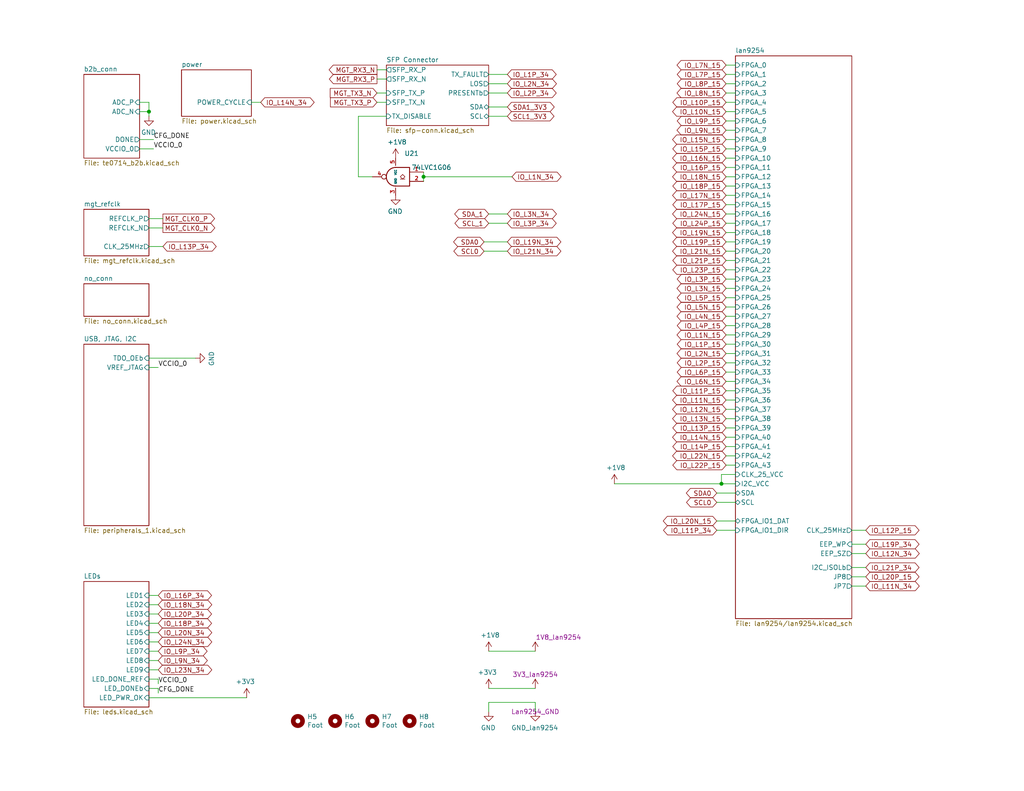
<source format=kicad_sch>
(kicad_sch (version 20230121) (generator eeschema)
  (paper "USLetter")
  (lib_symbols
    (symbol "Mechanical:MountingHole" (pin_names (offset 1.016))
      (property "Reference" "H" (at 0 5.08 0))
      (property "Value" "MountingHole" (at 0 3.175 0))
      (symbol "MountingHole_0_1"
        (circle (center 0 0) (radius 1.27) (stroke (width 1.27)))
      )
    )
    (symbol "fmc:74LVC1G38" (pin_names (offset 1.016))
      (property "Reference" "U" (at -2.54 3.81 0))
      (property "Value" "fmc_74LVC1G38" (at 0 -3.81 0))
      (symbol "74LVC1G38_0_1"
        (arc (start 0 -2.54) (mid 2.529 0) (end 0 2.54) (stroke (width 0.254)))
        (polyline (pts (xy -2.54 -0.635) (xy -1.27 -0.635)))
        (polyline (pts (xy 0 -2.54) (xy -3.81 -2.54) (xy -3.81 2.54) (xy 0 2.54)) (stroke (width 0.254)))
        (polyline (pts (xy -1.905 0.635) (xy -2.54 0) (xy -1.905 -0.635) (xy -1.27 0) (xy -1.905 0.635)))
      )
      (symbol "74LVC1G38_1_1"
        (pin input line (at -7.62 1.27 0) (length 3.81) (name "~") (number "1"))
        (pin input line (at -7.62 -1.27 0) (length 3.81) (name "~") (number "2"))
        (pin power_in line (at 0 -5.08 90) (length 2.032) (name "GND") (number "3"))
        (pin open_collector inverted (at 6.35 0 180) (length 3.81) (name "~") (number "4"))
        (pin power_in line (at 0 5.08 270) (length 2.032) (name "VCC") (number "5"))
      )
    )
    (symbol "lan9254_project:+1V8" (power) (pin_names (offset 0))
      (property "Value" "+1V8" (at 0 3.556 0))
      (symbol "+1V8_0_1"
        (polyline (pts (xy -0.762 1.27) (xy 0 2.54)))
        (polyline (pts (xy 0 0) (xy 0 2.54)))
        (polyline (pts (xy 0 2.54) (xy 0.762 1.27)))
      )
      (symbol "+1V8_1_1"
        (pin power_in line (at 0 0 90) (length 0) hide (name "+1V8_lan9254") (number "1"))
      )
    )
    (symbol "lan9254_project:+3V3" (power) (pin_names (offset 0))
      (property "Value" "+3V3" (at 0 3.556 0))
      (symbol "+3V3_0_1"
        (polyline (pts (xy -0.762 1.27) (xy 0 2.54)))
        (polyline (pts (xy 0 0) (xy 0 2.54)))
        (polyline (pts (xy 0 2.54) (xy 0.762 1.27)))
      )
      (symbol "+3V3_1_1"
        (pin power_in line (at 0 0 90) (length 0) hide (name "+3V3_lan9254") (number "1"))
      )
    )
    (symbol "lan9254_project:GND" (power) (pin_names (offset 0))
      (property "Value" "GND" (at 0 -3.81 0))
      (symbol "GND_0_1"
        (polyline (pts (xy 0 0) (xy 0 -1.27) (xy 1.27 -1.27) (xy 0 -2.54) (xy -1.27 -1.27) (xy 0 -1.27)))
      )
      (symbol "GND_1_1"
        (pin power_in line (at 0 0 270) (length 0) hide (name "GND_lan9254") (number "1"))
      )
    )
    (symbol "power:+1V8" (power) (pin_names (offset 0))
      (property "Value" "+1V8" (at 0 3.556 0))
      (symbol "+1V8_0_1"
        (polyline (pts (xy -0.762 1.27) (xy 0 2.54)))
        (polyline (pts (xy 0 0) (xy 0 2.54)))
        (polyline (pts (xy 0 2.54) (xy 0.762 1.27)))
      )
      (symbol "+1V8_1_1"
        (pin power_in line (at 0 0 90) (length 0) hide (name "+1V8") (number "1"))
      )
    )
    (symbol "power:+3V3" (power) (pin_names (offset 0))
      (property "Value" "+3V3" (at 0 3.556 0))
      (symbol "+3V3_0_1"
        (polyline (pts (xy -0.762 1.27) (xy 0 2.54)))
        (polyline (pts (xy 0 0) (xy 0 2.54)))
        (polyline (pts (xy 0 2.54) (xy 0.762 1.27)))
      )
      (symbol "+3V3_1_1"
        (pin power_in line (at 0 0 90) (length 0) hide (name "+3V3") (number "1"))
      )
    )
    (symbol "power:GND" (power) (pin_names (offset 0))
      (property "Value" "GND" (at 0 -3.81 0))
      (symbol "GND_0_1"
        (polyline (pts (xy 0 0) (xy 0 -1.27) (xy 1.27 -1.27) (xy 0 -2.54) (xy -1.27 -1.27) (xy 0 -1.27)))
      )
      (symbol "GND_1_1"
        (pin power_in line (at 0 0 270) (length 0) hide (name "GND") (number "1"))
      )
    )
  )
  (junction (at 115.57 48.26))
  (junction (at 40.64 30.48))
  (junction (at 196.85 132.08))
  (wire (pts (xy 40.64 165.1) (xy 43.18 165.1)))
  (wire (pts (xy 198.12 91.44) (xy 200.66 91.44)))
  (wire (pts (xy 198.12 60.96) (xy 200.66 60.96)))
  (wire (pts (xy 196.85 132.08) (xy 200.66 132.08)))
  (wire (pts (xy 133.35 191.77) (xy 146.05 191.77)))
  (wire (pts (xy 38.1 27.94) (xy 40.64 27.94)))
  (wire (pts (xy 133.35 25.4) (xy 138.43 25.4)))
  (wire (pts (xy 198.12 88.9) (xy 200.66 88.9)))
  (wire (pts (xy 40.64 180.34) (xy 43.18 180.34)))
  (wire (pts (xy 198.12 81.28) (xy 200.66 81.28)))
  (wire (pts (xy 40.64 62.23) (xy 44.45 62.23)))
  (wire (pts (xy 97.79 48.26) (xy 101.6 48.26)))
  (wire (pts (xy 138.43 60.96) (xy 133.35 60.96)))
  (wire (pts (xy 232.41 157.48) (xy 236.22 157.48)))
  (wire (pts (xy 38.1 40.64) (xy 41.91 40.64)))
  (wire (pts (xy 40.64 27.94) (xy 40.64 30.48)))
  (wire (pts (xy 198.12 17.78) (xy 200.66 17.78)))
  (wire (pts (xy 198.12 50.8) (xy 200.66 50.8)))
  (wire (pts (xy 198.12 101.6) (xy 200.66 101.6)))
  (wire (pts (xy 198.12 111.76) (xy 200.66 111.76)))
  (wire (pts (xy 196.85 129.54) (xy 200.66 129.54)))
  (wire (pts (xy 198.12 83.82) (xy 200.66 83.82)))
  (wire (pts (xy 232.41 154.94) (xy 236.22 154.94)))
  (wire (pts (xy 115.57 46.99) (xy 115.57 48.26)))
  (wire (pts (xy 198.12 76.2) (xy 200.66 76.2)))
  (wire (pts (xy 38.1 30.48) (xy 40.64 30.48)))
  (wire (pts (xy 133.35 29.21) (xy 138.43 29.21)))
  (wire (pts (xy 236.22 144.78) (xy 232.41 144.78)))
  (wire (pts (xy 40.64 59.69) (xy 44.45 59.69)))
  (wire (pts (xy 198.12 33.02) (xy 200.66 33.02)))
  (wire (pts (xy 40.64 67.31) (xy 44.45 67.31)))
  (wire (pts (xy 43.18 185.42) (xy 43.18 186.69)))
  (wire (pts (xy 40.64 167.64) (xy 43.18 167.64)))
  (wire (pts (xy 198.12 68.58) (xy 200.66 68.58)))
  (wire (pts (xy 133.35 22.86) (xy 138.43 22.86)))
  (wire (pts (xy 146.05 187.96) (xy 133.35 187.96)))
  (wire (pts (xy 133.35 194.31) (xy 133.35 191.77)))
  (wire (pts (xy 198.12 35.56) (xy 200.66 35.56)))
  (wire (pts (xy 97.79 31.75) (xy 105.41 31.75)))
  (wire (pts (xy 43.18 187.96) (xy 43.18 189.23)))
  (wire (pts (xy 102.87 21.59) (xy 105.41 21.59)))
  (wire (pts (xy 198.12 99.06) (xy 200.66 99.06)))
  (wire (pts (xy 133.35 31.75) (xy 138.43 31.75)))
  (wire (pts (xy 198.12 104.14) (xy 200.66 104.14)))
  (wire (pts (xy 198.12 43.18) (xy 200.66 43.18)))
  (wire (pts (xy 40.64 162.56) (xy 43.18 162.56)))
  (wire (pts (xy 198.12 124.46) (xy 200.66 124.46)))
  (wire (pts (xy 40.64 100.33) (xy 43.18 100.33)))
  (wire (pts (xy 232.41 160.02) (xy 236.22 160.02)))
  (wire (pts (xy 195.58 134.62) (xy 200.66 134.62)))
  (wire (pts (xy 40.64 177.8) (xy 43.18 177.8)))
  (wire (pts (xy 198.12 96.52) (xy 200.66 96.52)))
  (wire (pts (xy 132.08 68.58) (xy 138.43 68.58)))
  (wire (pts (xy 198.12 55.88) (xy 200.66 55.88)))
  (wire (pts (xy 97.79 31.75) (xy 97.79 48.26)))
  (wire (pts (xy 195.58 137.16) (xy 200.66 137.16)))
  (wire (pts (xy 195.58 144.78) (xy 200.66 144.78)))
  (wire (pts (xy 102.87 19.05) (xy 105.41 19.05)))
  (wire (pts (xy 102.87 27.94) (xy 105.41 27.94)))
  (wire (pts (xy 198.12 38.1) (xy 200.66 38.1)))
  (wire (pts (xy 40.64 185.42) (xy 43.18 185.42)))
  (wire (pts (xy 167.64 132.08) (xy 196.85 132.08)))
  (wire (pts (xy 198.12 22.86) (xy 200.66 22.86)))
  (wire (pts (xy 198.12 25.4) (xy 200.66 25.4)))
  (wire (pts (xy 198.12 93.98) (xy 200.66 93.98)))
  (wire (pts (xy 40.64 172.72) (xy 43.18 172.72)))
  (wire (pts (xy 133.35 177.8) (xy 146.05 177.8)))
  (wire (pts (xy 40.64 30.48) (xy 40.64 31.75)))
  (wire (pts (xy 40.64 182.88) (xy 43.18 182.88)))
  (wire (pts (xy 198.12 27.94) (xy 200.66 27.94)))
  (wire (pts (xy 198.12 40.64) (xy 200.66 40.64)))
  (wire (pts (xy 198.12 116.84) (xy 200.66 116.84)))
  (wire (pts (xy 236.22 148.59) (xy 232.41 148.59)))
  (wire (pts (xy 198.12 53.34) (xy 200.66 53.34)))
  (wire (pts (xy 198.12 20.32) (xy 200.66 20.32)))
  (wire (pts (xy 198.12 109.22) (xy 200.66 109.22)))
  (wire (pts (xy 198.12 86.36) (xy 200.66 86.36)))
  (wire (pts (xy 198.12 121.92) (xy 200.66 121.92)))
  (wire (pts (xy 198.12 66.04) (xy 200.66 66.04)))
  (wire (pts (xy 133.35 58.42) (xy 138.43 58.42)))
  (wire (pts (xy 198.12 106.68) (xy 200.66 106.68)))
  (wire (pts (xy 198.12 45.72) (xy 200.66 45.72)))
  (wire (pts (xy 40.64 187.96) (xy 43.18 187.96)))
  (wire (pts (xy 67.31 190.5) (xy 40.64 190.5)))
  (wire (pts (xy 198.12 114.3) (xy 200.66 114.3)))
  (wire (pts (xy 232.41 151.13) (xy 236.22 151.13)))
  (wire (pts (xy 198.12 30.48) (xy 200.66 30.48)))
  (wire (pts (xy 198.12 73.66) (xy 200.66 73.66)))
  (wire (pts (xy 68.58 27.94) (xy 71.12 27.94)))
  (wire (pts (xy 198.12 58.42) (xy 200.66 58.42)))
  (wire (pts (xy 196.85 132.08) (xy 196.85 129.54)))
  (wire (pts (xy 139.7 48.26) (xy 115.57 48.26)))
  (wire (pts (xy 102.87 25.4) (xy 105.41 25.4)))
  (wire (pts (xy 198.12 119.38) (xy 200.66 119.38)))
  (wire (pts (xy 198.12 127) (xy 200.66 127)))
  (wire (pts (xy 195.58 142.24) (xy 200.66 142.24)))
  (wire (pts (xy 198.12 48.26) (xy 200.66 48.26)))
  (wire (pts (xy 115.57 48.26) (xy 115.57 49.53)))
  (wire (pts (xy 146.05 191.77) (xy 146.05 194.31)))
  (wire (pts (xy 132.08 66.04) (xy 138.43 66.04)))
  (wire (pts (xy 38.1 38.1) (xy 41.91 38.1)))
  (wire (pts (xy 133.35 20.32) (xy 138.43 20.32)))
  (wire (pts (xy 40.64 97.79) (xy 53.34 97.79)))
  (wire (pts (xy 198.12 63.5) (xy 200.66 63.5)))
  (wire (pts (xy 40.64 170.18) (xy 43.18 170.18)))
  (wire (pts (xy 40.64 175.26) (xy 43.18 175.26)))
  (wire (pts (xy 198.12 78.74) (xy 200.66 78.74)))
  (wire (pts (xy 198.12 71.12) (xy 200.66 71.12)))
  (label "VCCIO_0" (at 43.18 186.69 0))
  (label "VCCIO_0" (at 43.18 100.33 0))
  (label "CFG_DONE" (at 41.91 38.1 0))
  (label "CFG_DONE" (at 43.18 189.23 0))
  (label "VCCIO_0" (at 41.91 40.64 0))
  (global_label "IO_L2N_15" (shape bidirectional) (at 198.12 96.52 180) (property "Intersheetrefs" "${INTERSHEET_REFS}" (effects hide)))
  (global_label "IO_L4N_15" (shape bidirectional) (at 198.12 86.36 180) (property "Intersheetrefs" "${INTERSHEET_REFS}" (effects hide)))
  (global_label "SCL_1" (shape bidirectional) (at 133.35 60.96 180) (property "Intersheetrefs" "${INTERSHEET_REFS}" (effects hide)))
  (global_label "IO_L10P_15" (shape bidirectional) (at 198.12 27.94 180) (property "Intersheetrefs" "${INTERSHEET_REFS}" (effects hide)))
  (global_label "IO_L22P_15" (shape bidirectional) (at 198.12 127 180) (property "Intersheetrefs" "${INTERSHEET_REFS}" (effects hide)))
  (global_label "IO_L9P_34" (shape bidirectional) (at 43.18 177.8 0) (property "Intersheetrefs" "${INTERSHEET_REFS}" (effects hide)))
  (global_label "IO_L1P_15" (shape bidirectional) (at 198.12 93.98 180) (property "Intersheetrefs" "${INTERSHEET_REFS}" (effects hide)))
  (global_label "SDA1_3V3" (shape bidirectional) (at 138.43 29.21 0) (property "Intersheetrefs" "${INTERSHEET_REFS}" (effects hide)))
  (global_label "IO_L18N_34" (shape bidirectional) (at 43.18 165.1 0) (property "Intersheetrefs" "${INTERSHEET_REFS}" (effects hide)))
  (global_label "IO_L16P_34" (shape bidirectional) (at 43.18 162.56 0) (property "Intersheetrefs" "${INTERSHEET_REFS}" (effects hide)))
  (global_label "MGT_CLK0_P" (shape output) (at 44.45 59.69 0) (property "Intersheetrefs" "${INTERSHEET_REFS}" (effects hide)))
  (global_label "IO_L14P_15" (shape bidirectional) (at 198.12 121.92 180) (property "Intersheetrefs" "${INTERSHEET_REFS}" (effects hide)))
  (global_label "IO_L8P_15" (shape bidirectional) (at 198.12 22.86 180) (property "Intersheetrefs" "${INTERSHEET_REFS}" (effects hide)))
  (global_label "IO_L12P_15" (shape bidirectional) (at 236.22 144.78 0) (property "Intersheetrefs" "${INTERSHEET_REFS}" (effects hide)))
  (global_label "IO_L3P_15" (shape bidirectional) (at 198.12 76.2 180) (property "Intersheetrefs" "${INTERSHEET_REFS}" (effects hide)))
  (global_label "IO_L19P_15" (shape bidirectional) (at 198.12 66.04 180) (property "Intersheetrefs" "${INTERSHEET_REFS}" (effects hide)))
  (global_label "IO_L11N_34" (shape bidirectional) (at 236.22 160.02 0) (property "Intersheetrefs" "${INTERSHEET_REFS}" (effects hide)))
  (global_label "IO_L11P_15" (shape bidirectional) (at 198.12 106.68 180) (property "Intersheetrefs" "${INTERSHEET_REFS}" (effects hide)))
  (global_label "IO_L9N_34" (shape bidirectional) (at 43.18 180.34 0) (property "Intersheetrefs" "${INTERSHEET_REFS}" (effects hide)))
  (global_label "IO_L11N_15" (shape bidirectional) (at 198.12 109.22 180) (property "Intersheetrefs" "${INTERSHEET_REFS}" (effects hide)))
  (global_label "IO_L14N_15" (shape bidirectional) (at 198.12 119.38 180) (property "Intersheetrefs" "${INTERSHEET_REFS}" (effects hide)))
  (global_label "IO_L2P_15" (shape bidirectional) (at 198.12 99.06 180) (property "Intersheetrefs" "${INTERSHEET_REFS}" (effects hide)))
  (global_label "IO_L13P_15" (shape bidirectional) (at 198.12 116.84 180) (property "Intersheetrefs" "${INTERSHEET_REFS}" (effects hide)))
  (global_label "IO_L17P_15" (shape bidirectional) (at 198.12 55.88 180) (property "Intersheetrefs" "${INTERSHEET_REFS}" (effects hide)))
  (global_label "MGT_TX3_P" (shape input) (at 102.87 27.94 180) (property "Intersheetrefs" "${INTERSHEET_REFS}" (effects hide)))
  (global_label "MGT_RX3_N" (shape output) (at 102.87 19.05 180) (property "Intersheetrefs" "${INTERSHEET_REFS}" (effects hide)))
  (global_label "SDA_1" (shape bidirectional) (at 133.35 58.42 180) (property "Intersheetrefs" "${INTERSHEET_REFS}" (effects hide)))
  (global_label "IO_L24N_34" (shape bidirectional) (at 43.18 175.26 0) (property "Intersheetrefs" "${INTERSHEET_REFS}" (effects hide)))
  (global_label "SCL0" (shape bidirectional) (at 132.08 68.58 180) (property "Intersheetrefs" "${INTERSHEET_REFS}" (effects hide)))
  (global_label "SDA0" (shape bidirectional) (at 132.08 66.04 180) (property "Intersheetrefs" "${INTERSHEET_REFS}" (effects hide)))
  (global_label "MGT_TX3_N" (shape input) (at 102.87 25.4 180) (property "Intersheetrefs" "${INTERSHEET_REFS}" (effects hide)))
  (global_label "IO_L21P_34" (shape bidirectional) (at 236.22 154.94 0) (property "Intersheetrefs" "${INTERSHEET_REFS}" (effects hide)))
  (global_label "IO_L1N_34" (shape bidirectional) (at 139.7 48.26 0) (property "Intersheetrefs" "${INTERSHEET_REFS}" (effects hide)))
  (global_label "IO_L6N_15" (shape bidirectional) (at 198.12 104.14 180) (property "Intersheetrefs" "${INTERSHEET_REFS}" (effects hide)))
  (global_label "IO_L3P_34" (shape bidirectional) (at 138.43 60.96 0) (property "Intersheetrefs" "${INTERSHEET_REFS}" (effects hide)))
  (global_label "IO_L22N_15" (shape bidirectional) (at 198.12 124.46 180) (property "Intersheetrefs" "${INTERSHEET_REFS}" (effects hide)))
  (global_label "IO_L18P_15" (shape bidirectional) (at 198.12 50.8 180) (property "Intersheetrefs" "${INTERSHEET_REFS}" (effects hide)))
  (global_label "IO_L17N_15" (shape bidirectional) (at 198.12 53.34 180) (property "Intersheetrefs" "${INTERSHEET_REFS}" (effects hide)))
  (global_label "IO_L21N_15" (shape bidirectional) (at 198.12 68.58 180) (property "Intersheetrefs" "${INTERSHEET_REFS}" (effects hide)))
  (global_label "IO_L16N_15" (shape bidirectional) (at 198.12 43.18 180) (property "Intersheetrefs" "${INTERSHEET_REFS}" (effects hide)))
  (global_label "IO_L18P_34" (shape bidirectional) (at 43.18 170.18 0) (property "Intersheetrefs" "${INTERSHEET_REFS}" (effects hide)))
  (global_label "IO_L13P_34" (shape bidirectional) (at 44.45 67.31 0) (property "Intersheetrefs" "${INTERSHEET_REFS}" (effects hide)))
  (global_label "IO_L21P_15" (shape bidirectional) (at 198.12 71.12 180) (property "Intersheetrefs" "${INTERSHEET_REFS}" (effects hide)))
  (global_label "IO_L15P_15" (shape bidirectional) (at 198.12 40.64 180) (property "Intersheetrefs" "${INTERSHEET_REFS}" (effects hide)))
  (global_label "IO_L20P_34" (shape bidirectional) (at 43.18 167.64 0) (property "Intersheetrefs" "${INTERSHEET_REFS}" (effects hide)))
  (global_label "IO_L14N_34" (shape bidirectional) (at 71.12 27.94 0) (property "Intersheetrefs" "${INTERSHEET_REFS}" (effects hide)))
  (global_label "IO_L23P_15" (shape bidirectional) (at 198.12 73.66 180) (property "Intersheetrefs" "${INTERSHEET_REFS}" (effects hide)))
  (global_label "SCL0" (shape bidirectional) (at 195.58 137.16 180) (property "Intersheetrefs" "${INTERSHEET_REFS}" (effects hide)))
  (global_label "IO_L20N_15" (shape bidirectional) (at 195.58 142.24 180) (property "Intersheetrefs" "${INTERSHEET_REFS}" (effects hide)))
  (global_label "IO_L10N_15" (shape bidirectional) (at 198.12 30.48 180) (property "Intersheetrefs" "${INTERSHEET_REFS}" (effects hide)))
  (global_label "IO_L19N_34" (shape bidirectional) (at 138.43 66.04 0) (property "Intersheetrefs" "${INTERSHEET_REFS}" (effects hide)))
  (global_label "IO_L5P_15" (shape bidirectional) (at 198.12 81.28 180) (property "Intersheetrefs" "${INTERSHEET_REFS}" (effects hide)))
  (global_label "SCL1_3V3" (shape bidirectional) (at 138.43 31.75 0) (property "Intersheetrefs" "${INTERSHEET_REFS}" (effects hide)))
  (global_label "IO_L19N_15" (shape bidirectional) (at 198.12 63.5 180) (property "Intersheetrefs" "${INTERSHEET_REFS}" (effects hide)))
  (global_label "IO_L9N_15" (shape bidirectional) (at 198.12 35.56 180) (property "Intersheetrefs" "${INTERSHEET_REFS}" (effects hide)))
  (global_label "IO_L21N_34" (shape bidirectional) (at 138.43 68.58 0) (property "Intersheetrefs" "${INTERSHEET_REFS}" (effects hide)))
  (global_label "IO_L9P_15" (shape bidirectional) (at 198.12 33.02 180) (property "Intersheetrefs" "${INTERSHEET_REFS}" (effects hide)))
  (global_label "IO_L7P_15" (shape bidirectional) (at 198.12 20.32 180) (property "Intersheetrefs" "${INTERSHEET_REFS}" (effects hide)))
  (global_label "IO_L5N_15" (shape bidirectional) (at 198.12 83.82 180) (property "Intersheetrefs" "${INTERSHEET_REFS}" (effects hide)))
  (global_label "IO_L12N_15" (shape bidirectional) (at 198.12 111.76 180) (property "Intersheetrefs" "${INTERSHEET_REFS}" (effects hide)))
  (global_label "IO_L6P_15" (shape bidirectional) (at 198.12 101.6 180) (property "Intersheetrefs" "${INTERSHEET_REFS}" (effects hide)))
  (global_label "IO_L1P_34" (shape bidirectional) (at 138.43 20.32 0) (property "Intersheetrefs" "${INTERSHEET_REFS}" (effects hide)))
  (global_label "IO_L24N_15" (shape bidirectional) (at 198.12 58.42 180) (property "Intersheetrefs" "${INTERSHEET_REFS}" (effects hide)))
  (global_label "IO_L24P_15" (shape bidirectional) (at 198.12 60.96 180) (property "Intersheetrefs" "${INTERSHEET_REFS}" (effects hide)))
  (global_label "IO_L1N_15" (shape bidirectional) (at 198.12 91.44 180) (property "Intersheetrefs" "${INTERSHEET_REFS}" (effects hide)))
  (global_label "IO_L12N_34" (shape bidirectional) (at 236.22 151.13 0) (property "Intersheetrefs" "${INTERSHEET_REFS}" (effects hide)))
  (global_label "IO_L7N_15" (shape bidirectional) (at 198.12 17.78 180) (property "Intersheetrefs" "${INTERSHEET_REFS}" (effects hide)))
  (global_label "IO_L2P_34" (shape bidirectional) (at 138.43 25.4 0) (property "Intersheetrefs" "${INTERSHEET_REFS}" (effects hide)))
  (global_label "IO_L3N_15" (shape bidirectional) (at 198.12 78.74 180) (property "Intersheetrefs" "${INTERSHEET_REFS}" (effects hide)))
  (global_label "IO_L15N_15" (shape bidirectional) (at 198.12 38.1 180) (property "Intersheetrefs" "${INTERSHEET_REFS}" (effects hide)))
  (global_label "IO_L3N_34" (shape bidirectional) (at 138.43 58.42 0) (property "Intersheetrefs" "${INTERSHEET_REFS}" (effects hide)))
  (global_label "IO_L20N_34" (shape bidirectional) (at 43.18 172.72 0) (property "Intersheetrefs" "${INTERSHEET_REFS}" (effects hide)))
  (global_label "IO_L16P_15" (shape bidirectional) (at 198.12 45.72 180) (property "Intersheetrefs" "${INTERSHEET_REFS}" (effects hide)))
  (global_label "IO_L18N_15" (shape bidirectional) (at 198.12 48.26 180) (property "Intersheetrefs" "${INTERSHEET_REFS}" (effects hide)))
  (global_label "SDA0" (shape bidirectional) (at 195.58 134.62 180) (property "Intersheetrefs" "${INTERSHEET_REFS}" (effects hide)))
  (global_label "IO_L20P_15" (shape bidirectional) (at 236.22 157.48 0) (property "Intersheetrefs" "${INTERSHEET_REFS}" (effects hide)))
  (global_label "IO_L11P_34" (shape bidirectional) (at 195.58 144.78 180) (property "Intersheetrefs" "${INTERSHEET_REFS}" (effects hide)))
  (global_label "IO_L23N_34" (shape bidirectional) (at 43.18 182.88 0) (property "Intersheetrefs" "${INTERSHEET_REFS}" (effects hide)))
  (global_label "IO_L8N_15" (shape bidirectional) (at 198.12 25.4 180) (property "Intersheetrefs" "${INTERSHEET_REFS}" (effects hide)))
  (global_label "MGT_CLK0_N" (shape output) (at 44.45 62.23 0) (property "Intersheetrefs" "${INTERSHEET_REFS}" (effects hide)))
  (global_label "IO_L4P_15" (shape bidirectional) (at 198.12 88.9 180) (property "Intersheetrefs" "${INTERSHEET_REFS}" (effects hide)))
  (global_label "IO_L13N_15" (shape bidirectional) (at 198.12 114.3 180) (property "Intersheetrefs" "${INTERSHEET_REFS}" (effects hide)))
  (global_label "MGT_RX3_P" (shape output) (at 102.87 21.59 180) (property "Intersheetrefs" "${INTERSHEET_REFS}" (effects hide)))
  (global_label "IO_L19P_34" (shape bidirectional) (at 236.22 148.59 0) (property "Intersheetrefs" "${INTERSHEET_REFS}" (effects hide)))
  (global_label "IO_L2N_34" (shape bidirectional) (at 138.43 22.86 0) (property "Intersheetrefs" "${INTERSHEET_REFS}" (effects hide)))
  (symbol (lib_id "power:+3V3") (at 133.35 187.96 0) (mirror y) (unit 1)
    (property "Reference" "#PWR0105" (effects hide))
    (property "Value" "+3V3" (at 132.969 183.5658 0))
  )
  (symbol (lib_id "power:+1V8") (at 133.35 177.8 0) (unit 1)
    (property "Reference" "#PWR0108" (effects hide))
    (property "Value" "+1V8" (at 133.731 173.4058 0))
  )
  (symbol (lib_id "lan9254_project:+1V8") (at 146.05 177.8 0) (unit 1)
    (property "Reference" "#PWR0107" (effects hide))
    (property "Value" "+1V8" (effects hide))
    (property "Field4" "1V8_lan9254" (at 152.4 173.99 0))
  )
  (symbol (lib_id "lan9254_project:+3V3") (at 146.05 187.96 0) (mirror y) (unit 1)
    (property "Reference" "#PWR0106" (effects hide))
    (property "Value" "+3V3" (effects hide))
    (property "Field4" "3V3_lan9254" (at 146.05 184.15 0))
  )
  (symbol (lib_id "Mechanical:MountingHole") (at 81.28 196.85 0) (unit 1)
    (property "Reference" "H5" (at 83.82 195.6816 0) (effects (justify left)))
    (property "Value" "Foot" (at 83.82 197.993 0) (effects (justify left)))
    (property "Footprint" "proj_footprints:foot_ff-13" (effects hide))
    (property "Manufacturer" "Essentra" (effects hide))
    (property "Part" "FF-13-P3.5X6.0B" (effects hide))
  )
  (symbol (lib_id "Mechanical:MountingHole") (at 91.44 196.85 0) (unit 1)
    (property "Reference" "H6" (at 93.98 195.6816 0) (effects (justify left)))
    (property "Value" "Foot" (at 93.98 197.993 0) (effects (justify left)))
    (property "Footprint" "proj_footprints:foot_ff-13" (effects hide))
    (property "Part" "FF-13-P3.5X6.0B" (effects hide))
    (property "Manufacturer" "Essentra" (effects hide))
  )
  (symbol (lib_id "Mechanical:MountingHole") (at 101.6 196.85 0) (unit 1)
    (property "Reference" "H7" (at 104.14 195.6816 0) (effects (justify left)))
    (property "Value" "Foot" (at 104.14 197.993 0) (effects (justify left)))
    (property "Footprint" "proj_footprints:foot_ff-13" (effects hide))
    (property "Part" "FF-13-P3.5X6.0B" (effects hide))
    (property "Manufacturer" "Essentra" (effects hide))
  )
  (symbol (lib_id "Mechanical:MountingHole") (at 111.76 196.85 0) (unit 1)
    (property "Reference" "H8" (at 114.3 195.6816 0) (effects (justify left)))
    (property "Value" "Foot" (at 114.3 197.993 0) (effects (justify left)))
    (property "Footprint" "proj_footprints:foot_ff-13" (effects hide))
    (property "Part" "FF-13-P3.5X6.0B" (effects hide))
    (property "Manufacturer" "Essentra" (effects hide))
  )
  (symbol (lib_id "lan9254_project:GND") (at 146.05 194.31 0) (mirror y) (unit 1)
    (property "Reference" "#PWR0109" (effects hide))
    (property "Value" "GND" (at 145.923 198.7042 0))
    (property "Comment" "Lan9254_GND" (at 146.05 194.31 0))
  )
  (symbol (lib_id "power:GND") (at 133.35 194.31 0) (mirror y) (unit 1)
    (property "Reference" "#PWR0110" (effects hide))
    (property "Value" "GND" (at 133.223 198.7042 0))
  )
  (symbol (lib_id "power:+1V8") (at 167.64 132.08 0) (unit 1)
    (property "Reference" "#PWR0101" (effects hide))
    (property "Value" "+1V8" (at 168.021 127.6858 0))
  )
  (symbol (lib_id "power:+1V8") (at 107.95 43.18 0) (unit 1)
    (property "Reference" "#PWR0103" (effects hide))
    (property "Value" "+1V8" (at 108.331 38.7858 0))
  )
  (symbol (lib_id "fmc:74LVC1G38") (at 107.95 48.26 0) (mirror y) (unit 1)
    (property "Reference" "U21" (at 114.3 41.91 0) (effects (justify left)))
    (property "Value" "74LVC1G06" (at 123.19 45.72 0) (effects (justify left)))
    (property "Footprint" "Package_TO_SOT_SMD:SOT-353_SC-70-5" (effects hide))
    (property "Datasheet" "http://www.ti.com/lit/sg/scyt129e/scyt129e.pdf" (effects hide))
  )
  (symbol (lib_id "power:GND") (at 107.95 53.34 0) (mirror y) (unit 1)
    (property "Reference" "#PWR0104" (effects hide))
    (property "Value" "GND" (at 107.823 57.7342 0))
  )
  (symbol (lib_id "power:+3V3") (at 67.31 190.5 0) (mirror y) (unit 1)
    (property "Reference" "#PWR0111" (effects hide))
    (property "Value" "+3V3" (at 66.929 186.1058 0))
  )
  (symbol (lib_id "power:GND") (at 53.34 97.79 90) (mirror x) (unit 1)
    (property "Reference" "#PWR0102" (effects hide))
    (property "Value" "GND" (at 57.7342 97.917 0))
  )
  (symbol (lib_id "power:GND") (at 40.64 31.75 0) (mirror y) (unit 1)
    (property "Reference" "#PWR0281" (effects hide))
    (property "Value" "GND" (at 40.513 36.1442 0))
  )
  (sheet (at 22.86 93.98) (size 17.78 49.53)
    (property "Sheetname" "USB, JTAG, I2C" (at 22.86 93.2684 0) (effects (justify left bottom)))
    (property "Sheetfile" "peripherals_1.kicad_sch" (at 22.86 144.0946 0) (effects (justify left top)))
    (pin "TDO_OEb" input (at 40.64 97.79 0))
    (pin "VREF_JTAG" input (at 40.64 100.33 0))
  )
  (sheet (at 105.41 17.78) (size 27.94 16.51)
    (property "Sheetname" "SFP Connector" (at 105.41 17.0684 0) (effects (justify left bottom)))
    (property "Sheetfile" "sfp-conn.kicad_sch" (at 105.41 34.8746 0) (effects (justify left top)))
    (pin "SFP_RX_P" output (at 105.41 19.05 180))
    (pin "SFP_TX_P" input (at 105.41 25.4 180))
    (pin "SFP_TX_N" input (at 105.41 27.94 180))
    (pin "SFP_RX_N" output (at 105.41 21.59 180))
    (pin "TX_FAULT" output (at 133.35 20.32 0))
    (pin "LOS" output (at 133.35 22.86 0))
    (pin "PRESENTb" output (at 133.35 25.4 0))
    (pin "TX_DISABLE" input (at 105.41 31.75 180))
    (pin "SDA" bidirectional (at 133.35 29.21 0))
    (pin "SCL" bidirectional (at 133.35 31.75 0))
  )
  (sheet (at 200.66 15.24) (size 31.75 153.67)
    (property "Sheetname" "lan9254" (at 200.66 14.5284 0) (effects (justify left bottom)))
    (property "Sheetfile" "lan9254/lan9254.kicad_sch" (at 200.66 169.4946 0) (effects (justify left top)))
    (pin "FPGA_0" input (at 200.66 17.78 180))
    (pin "FPGA_1" input (at 200.66 20.32 180))
    (pin "FPGA_2" input (at 200.66 22.86 180))
    (pin "FPGA_3" input (at 200.66 25.4 180))
    (pin "FPGA_4" input (at 200.66 27.94 180))
    (pin "FPGA_5" input (at 200.66 30.48 180))
    (pin "FPGA_6" input (at 200.66 33.02 180))
    (pin "FPGA_7" input (at 200.66 35.56 180))
    (pin "FPGA_8" input (at 200.66 38.1 180))
    (pin "FPGA_9" input (at 200.66 40.64 180))
    (pin "FPGA_10" input (at 200.66 43.18 180))
    (pin "FPGA_11" input (at 200.66 45.72 180))
    (pin "FPGA_12" input (at 200.66 48.26 180))
    (pin "FPGA_13" input (at 200.66 50.8 180))
    (pin "FPGA_14" input (at 200.66 53.34 180))
    (pin "FPGA_15" input (at 200.66 55.88 180))
    (pin "FPGA_16" input (at 200.66 58.42 180))
    (pin "FPGA_17" input (at 200.66 60.96 180))
    (pin "FPGA_18" input (at 200.66 63.5 180))
    (pin "FPGA_19" input (at 200.66 66.04 180))
    (pin "FPGA_20" input (at 200.66 68.58 180))
    (pin "FPGA_21" input (at 200.66 71.12 180))
    (pin "FPGA_22" input (at 200.66 73.66 180))
    (pin "FPGA_23" input (at 200.66 76.2 180))
    (pin "FPGA_24" input (at 200.66 78.74 180))
    (pin "FPGA_25" input (at 200.66 81.28 180))
    (pin "FPGA_26" input (at 200.66 83.82 180))
    (pin "FPGA_27" input (at 200.66 86.36 180))
    (pin "FPGA_28" input (at 200.66 88.9 180))
    (pin "FPGA_29" input (at 200.66 91.44 180))
    (pin "FPGA_30" input (at 200.66 93.98 180))
    (pin "FPGA_31" input (at 200.66 96.52 180))
    (pin "FPGA_32" input (at 200.66 99.06 180))
    (pin "FPGA_33" input (at 200.66 101.6 180))
    (pin "FPGA_34" input (at 200.66 104.14 180))
    (pin "FPGA_35" input (at 200.66 106.68 180))
    (pin "FPGA_36" input (at 200.66 109.22 180))
    (pin "FPGA_37" input (at 200.66 111.76 180))
    (pin "FPGA_38" input (at 200.66 114.3 180))
    (pin "FPGA_39" input (at 200.66 116.84 180))
    (pin "FPGA_40" input (at 200.66 119.38 180))
    (pin "FPGA_41" input (at 200.66 121.92 180))
    (pin "FPGA_42" input (at 200.66 124.46 180))
    (pin "FPGA_43" input (at 200.66 127 180))
    (pin "I2C_VCC" input (at 200.66 132.08 180))
    (pin "FPGA_IO1_DAT" bidirectional (at 200.66 142.24 180))
    (pin "FPGA_IO1_DIR" input (at 200.66 144.78 180))
    (pin "CLK_25MHz" output (at 232.41 144.78 0))
    (pin "CLK_25_VCC" input (at 200.66 129.54 180))
    (pin "I2C_ISOLb" output (at 232.41 154.94 0))
    (pin "JP8" output (at 232.41 157.48 0))
    (pin "JP7" output (at 232.41 160.02 0))
    (pin "SDA" bidirectional (at 200.66 134.62 180))
    (pin "SCL" bidirectional (at 200.66 137.16 180))
    (pin "EEP_WP" input (at 232.41 148.59 0))
    (pin "EEP_SZ" output (at 232.41 151.13 0))
  )
  (sheet (at 22.86 57.15) (size 17.78 12.7)
    (property "Sheetname" "mgt_refclk" (at 22.86 56.4384 0) (effects (justify left bottom)))
    (property "Sheetfile" "mgt_refclk.kicad_sch" (at 22.86 70.4346 0) (effects (justify left top)))
    (pin "CLK_25MHz" output (at 40.64 67.31 0))
    (pin "REFCLK_P" output (at 40.64 59.69 0))
    (pin "REFCLK_N" output (at 40.64 62.23 0))
  )
  (sheet (at 49.53 19.05) (size 19.05 12.7)
    (property "Sheetname" "power" (at 49.53 18.3384 0) (effects (justify left bottom)))
    (property "Sheetfile" "power.kicad_sch" (at 49.53 32.3346 0) (effects (justify left top)))
    (pin "POWER_CYCLE" input (at 68.58 27.94 0))
  )
  (sheet (at 22.86 158.75) (size 17.78 34.29)
    (property "Sheetname" "LEDs" (at 22.86 158.0384 0) (effects (justify left bottom)))
    (property "Sheetfile" "leds.kicad_sch" (at 22.86 193.6246 0) (effects (justify left top)))
    (pin "LED1" input (at 40.64 162.56 0))
    (pin "LED2" input (at 40.64 165.1 0))
    (pin "LED3" input (at 40.64 167.64 0))
    (pin "LED4" input (at 40.64 170.18 0))
    (pin "LED5" input (at 40.64 172.72 0))
    (pin "LED6" input (at 40.64 175.26 0))
    (pin "LED7" input (at 40.64 177.8 0))
    (pin "LED8" input (at 40.64 180.34 0))
    (pin "LED9" input (at 40.64 182.88 0))
    (pin "LED_DONE_REF" input (at 40.64 185.42 0))
    (pin "LED_DONEb" input (at 40.64 187.96 0))
    (pin "LED_PWR_OK" input (at 40.64 190.5 0))
  )
  (sheet (at 22.86 77.47) (size 17.78 8.89)
    (property "Sheetname" "no_conn" (at 22.86 76.7584 0) (effects (justify left bottom)))
    (property "Sheetfile" "no_conn.kicad_sch" (at 22.86 86.9446 0) (effects (justify left top)))
  )
  (sheet (at 22.86 20.32) (size 15.24 22.86) (stroke (width 0.1524))
    (property "Sheetname" "b2b_conn" (at 22.86 19.6084 0) (effects (justify left bottom)))
    (property "Sheetfile" "te0714_b2b.kicad_sch" (at 22.86 43.7646 0) (effects (justify left top)))
    (pin "DONE" output (at 38.1 38.1 0))
    (pin "VCCIO_0" output (at 38.1 40.64 0))
    (pin "ADC_P" input (at 38.1 27.94 0))
    (pin "ADC_N" input (at 38.1 30.48 0))
  )
)
</source>
